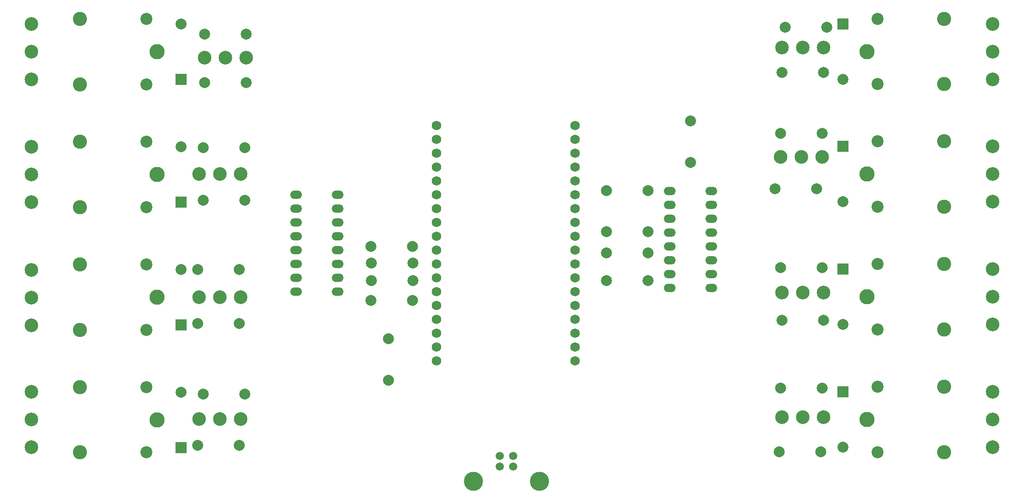
<source format=gbr>
%TF.GenerationSoftware,KiCad,Pcbnew,(5.1.10)-1*%
%TF.CreationDate,2021-09-30T22:30:02-03:00*%
%TF.ProjectId,esp32,65737033-322e-46b6-9963-61645f706362,rev?*%
%TF.SameCoordinates,Original*%
%TF.FileFunction,Soldermask,Top*%
%TF.FilePolarity,Negative*%
%FSLAX46Y46*%
G04 Gerber Fmt 4.6, Leading zero omitted, Abs format (unit mm)*
G04 Created by KiCad (PCBNEW (5.1.10)-1) date 2021-09-30 22:30:02*
%MOMM*%
%LPD*%
G01*
G04 APERTURE LIST*
%ADD10C,1.998980*%
%ADD11R,1.998980X1.998980*%
%ADD12C,2.500000*%
%ADD13C,2.800000*%
%ADD14C,2.200000*%
%ADD15C,2.600000*%
%ADD16O,2.199640X1.501140*%
%ADD17C,1.501140*%
%ADD18C,3.500120*%
%ADD19C,2.499360*%
%ADD20C,1.750000*%
G04 APERTURE END LIST*
D10*
%TO.C,R3B1*%
X79814000Y-61658000D03*
X87434000Y-61658000D03*
%TD*%
%TO.C,R12*%
X185342000Y-117770000D03*
X192962000Y-117770000D03*
%TD*%
%TO.C,R9*%
X192962000Y-95672000D03*
X185342000Y-95672000D03*
%TD*%
%TO.C,D2*%
X196780000Y-83564000D03*
D11*
X196780000Y-73404000D03*
%TD*%
%TO.C,D1*%
X196780000Y-50904000D03*
D10*
X196780000Y-61064000D03*
%TD*%
D11*
%TO.C,D3*%
X196780000Y-95904000D03*
D10*
X196780000Y-106064000D03*
%TD*%
%TO.C,D4*%
X196780000Y-128564000D03*
D11*
X196780000Y-118404000D03*
%TD*%
D10*
%TO.C,D6*%
X75514000Y-73466000D03*
D11*
X75514000Y-83626000D03*
%TD*%
%TO.C,D8*%
X75514000Y-128626000D03*
D10*
X75514000Y-118466000D03*
%TD*%
D11*
%TO.C,D5*%
X75514000Y-61126000D03*
D10*
X75514000Y-50966000D03*
%TD*%
%TO.C,D7*%
X75514000Y-95966000D03*
D11*
X75514000Y-106126000D03*
%TD*%
D12*
%TO.C,J3*%
X224280000Y-95904000D03*
X224280000Y-106064000D03*
X224280000Y-100984000D03*
%TD*%
%TO.C,J4*%
X224280000Y-123484000D03*
X224280000Y-128564000D03*
X224280000Y-118404000D03*
%TD*%
%TO.C,J2*%
X224280000Y-78484000D03*
X224280000Y-83564000D03*
X224280000Y-73404000D03*
%TD*%
%TO.C,J1*%
X224280000Y-50904000D03*
X224280000Y-61064000D03*
X224280000Y-55984000D03*
%TD*%
%TO.C,J5*%
X48014000Y-61126000D03*
X48014000Y-50966000D03*
X48014000Y-56046000D03*
%TD*%
%TO.C,J6*%
X48014000Y-78546000D03*
X48014000Y-73466000D03*
X48014000Y-83626000D03*
%TD*%
%TO.C,J7*%
X48014000Y-106206000D03*
X48014000Y-96046000D03*
X48014000Y-101126000D03*
%TD*%
%TO.C,J8*%
X48014000Y-123466000D03*
X48014000Y-118386000D03*
X48014000Y-128546000D03*
%TD*%
D13*
%TO.C,K2*%
X201180000Y-78484000D03*
D14*
X203180000Y-72484000D03*
D15*
X215380000Y-72484000D03*
X215380000Y-84484000D03*
D14*
X203180000Y-84484000D03*
%TD*%
%TO.C,K1*%
X203180000Y-61984000D03*
D15*
X215380000Y-61984000D03*
X215380000Y-49984000D03*
D14*
X203180000Y-49984000D03*
D13*
X201180000Y-55984000D03*
%TD*%
%TO.C,K3*%
X201180000Y-100984000D03*
D14*
X203180000Y-94984000D03*
D15*
X215380000Y-94984000D03*
X215380000Y-106984000D03*
D14*
X203180000Y-106984000D03*
%TD*%
%TO.C,K4*%
X203180000Y-129484000D03*
D15*
X215380000Y-129484000D03*
X215380000Y-117484000D03*
D14*
X203180000Y-117484000D03*
D13*
X201180000Y-123484000D03*
%TD*%
D14*
%TO.C,K6*%
X69114000Y-72546000D03*
D15*
X56914000Y-72546000D03*
X56914000Y-84546000D03*
D14*
X69114000Y-84546000D03*
D13*
X71114000Y-78546000D03*
%TD*%
%TO.C,K8*%
X71114000Y-123546000D03*
D14*
X69114000Y-129546000D03*
D15*
X56914000Y-129546000D03*
X56914000Y-117546000D03*
D14*
X69114000Y-117546000D03*
%TD*%
%TO.C,K5*%
X69114000Y-50046000D03*
D15*
X56914000Y-50046000D03*
X56914000Y-62046000D03*
D14*
X69114000Y-62046000D03*
D13*
X71114000Y-56046000D03*
%TD*%
%TO.C,K7*%
X71114000Y-101046000D03*
D14*
X69114000Y-107046000D03*
D15*
X56914000Y-107046000D03*
X56914000Y-95046000D03*
D14*
X69114000Y-95046000D03*
%TD*%
D16*
%TO.C,OPTOSCOMPLADOR1*%
X96590000Y-82260000D03*
X96590000Y-84800000D03*
X96590000Y-87340000D03*
X96590000Y-89880000D03*
X96590000Y-92420000D03*
X96590000Y-94960000D03*
X96590000Y-97500000D03*
X96590000Y-100040000D03*
X104210000Y-100040000D03*
X104210000Y-97500000D03*
X104210000Y-94960000D03*
X104210000Y-92420000D03*
X104210000Y-89880000D03*
X104210000Y-87340000D03*
X104210000Y-84800000D03*
X104210000Y-82260000D03*
%TD*%
%TO.C,OPTOSCOMPLADOR2*%
X172660000Y-81610000D03*
X172660000Y-84150000D03*
X172660000Y-86690000D03*
X172660000Y-89230000D03*
X172660000Y-91770000D03*
X172660000Y-94310000D03*
X172660000Y-96850000D03*
X172660000Y-99390000D03*
X165040000Y-99390000D03*
X165040000Y-96850000D03*
X165040000Y-94310000D03*
X165040000Y-91770000D03*
X165040000Y-89230000D03*
X165040000Y-86690000D03*
X165040000Y-84150000D03*
X165040000Y-81610000D03*
%TD*%
D17*
%TO.C,P1*%
X133883400Y-132156200D03*
X136372600Y-132156200D03*
X136372600Y-130149600D03*
X133883400Y-130149600D03*
D18*
X129108200Y-134874000D03*
X141147800Y-134874000D03*
%TD*%
D19*
%TO.C,Q2*%
X192962000Y-75312000D03*
X189152000Y-75312000D03*
X185342000Y-75312000D03*
%TD*%
%TO.C,Q1*%
X193216000Y-55246000D03*
X189406000Y-55246000D03*
X185596000Y-55246000D03*
%TD*%
%TO.C,Q3*%
X185596000Y-100244000D03*
X189406000Y-100244000D03*
X193216000Y-100244000D03*
%TD*%
%TO.C,Q4*%
X193216000Y-123104000D03*
X189406000Y-123104000D03*
X185596000Y-123104000D03*
%TD*%
%TO.C,Q6*%
X78798000Y-78422000D03*
X82608000Y-78422000D03*
X86418000Y-78422000D03*
%TD*%
%TO.C,Q8*%
X86418000Y-123420000D03*
X82608000Y-123420000D03*
X78798000Y-123420000D03*
%TD*%
%TO.C,Q5*%
X79814000Y-57086000D03*
X83624000Y-57086000D03*
X87434000Y-57086000D03*
%TD*%
%TO.C,Q7*%
X78798000Y-101068000D03*
X82608000Y-101068000D03*
X86418000Y-101068000D03*
%TD*%
D10*
%TO.C,R1*%
X161060000Y-81500000D03*
X153440000Y-81500000D03*
%TD*%
%TO.C,R5*%
X184326000Y-81154000D03*
X191946000Y-81154000D03*
%TD*%
%TO.C,R6*%
X185342000Y-70994000D03*
X192962000Y-70994000D03*
%TD*%
%TO.C,R4*%
X161060000Y-89000000D03*
X153440000Y-89000000D03*
%TD*%
%TO.C,R2*%
X185596000Y-59818000D03*
X193216000Y-59818000D03*
%TD*%
%TO.C,R3*%
X193812000Y-51532000D03*
X186192000Y-51532000D03*
%TD*%
%TO.C,R7*%
X153440000Y-92900000D03*
X161060000Y-92900000D03*
%TD*%
%TO.C,R10*%
X161060000Y-98000000D03*
X153440000Y-98000000D03*
%TD*%
%TO.C,R8*%
X193216000Y-105324000D03*
X185596000Y-105324000D03*
%TD*%
%TO.C,R11*%
X185088000Y-129454000D03*
X192708000Y-129454000D03*
%TD*%
%TO.C,R6B1*%
X87180000Y-73596000D03*
X79560000Y-73596000D03*
%TD*%
%TO.C,R12B1*%
X79560000Y-118848000D03*
X87180000Y-118848000D03*
%TD*%
%TO.C,R5B1*%
X87180000Y-83248000D03*
X79560000Y-83248000D03*
%TD*%
%TO.C,R11B1*%
X86164000Y-128246000D03*
X78544000Y-128246000D03*
%TD*%
%TO.C,R9B1*%
X86164000Y-95988000D03*
X78544000Y-95988000D03*
%TD*%
%TO.C,R2B1*%
X87434000Y-52768000D03*
X79814000Y-52768000D03*
%TD*%
%TO.C,R8B1*%
X86164000Y-105894000D03*
X78544000Y-105894000D03*
%TD*%
%TO.C,R4B1*%
X110352000Y-94830000D03*
X117972000Y-94830000D03*
%TD*%
%TO.C,R10B1*%
X117872000Y-101630000D03*
X110252000Y-101630000D03*
%TD*%
%TO.C,R1B1*%
X110252000Y-91730000D03*
X117872000Y-91730000D03*
%TD*%
%TO.C,R7B1*%
X110352000Y-98030000D03*
X117972000Y-98030000D03*
%TD*%
D20*
%TO.C,U1*%
X122300000Y-69596000D03*
X122300000Y-72136000D03*
X122300000Y-74676000D03*
X122300000Y-77216000D03*
X122300000Y-79756000D03*
X122300000Y-82296000D03*
X122300000Y-84836000D03*
X122300000Y-87376000D03*
X122300000Y-89916000D03*
X122300000Y-92456000D03*
X122300000Y-94996000D03*
X122300000Y-97536000D03*
X122300000Y-100076000D03*
X122300000Y-102616000D03*
X122300000Y-105156000D03*
X122300000Y-107696000D03*
X122300000Y-110236000D03*
X122300000Y-112776000D03*
X147700000Y-112776000D03*
X147700000Y-110236000D03*
X147700000Y-107696000D03*
X147700000Y-105156000D03*
X147700000Y-102616000D03*
X147700000Y-100076000D03*
X147700000Y-97536000D03*
X147700000Y-94996000D03*
X147700000Y-92456000D03*
X147700000Y-89916000D03*
X147700000Y-87376000D03*
X147700000Y-84836000D03*
X147700000Y-82296000D03*
X147700000Y-79756000D03*
X147700000Y-77216000D03*
X147700000Y-74676000D03*
X147700000Y-72136000D03*
X147700000Y-69596000D03*
%TD*%
D10*
%TO.C,R16*%
X113538000Y-116332000D03*
X113538000Y-108712000D03*
%TD*%
%TO.C,R14*%
X168910000Y-76310000D03*
X168910000Y-68690000D03*
%TD*%
M02*

</source>
